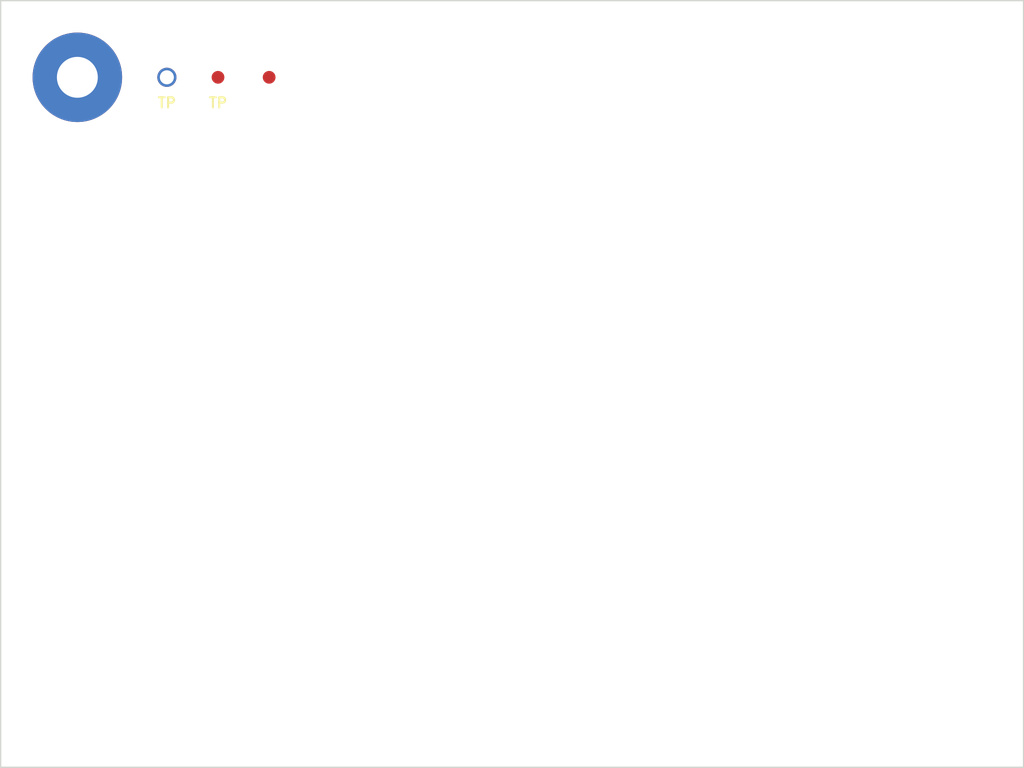
<source format=kicad_pcb>
(kicad_pcb (version 20241229) (generator "pcbnew") (generator_version "9.0")
  (title_block (title "Various components") (date "2026-01-10") (rev "1") (comment 1 "-") (comment 2 "-"))
  (layers (0 "F.Cu" signal) (2 "B.Cu" signal) (13 "F.Paste" user) (15 "B.Paste" user) (5 "F.SilkS" user "F.Silkscreen") (7 "B.SilkS" user "B.Silkscreen") (1 "F.Mask" user) (3 "B.Mask" user) (25 "Edge.Cuts" user))
  (net 0 "")
  (footprint "lily_footprints:test_point_1mm" (layer "F.Cu") (at 127 76)
    (property "Reference" "TP1002" (hide yes))
    (property "Value" "TP" (at 0 2 0) (layer "F.SilkS") (effects (font (size 0.8 0.8) (thickness 0.16))))
    (pad "1" smd circle (at 0 0) (size 1 1) (layers "F.Cu" "F.Mask"))
  )
  (footprint "lily_footprints:test_point_1.1mm_th" (layer "F.Cu") (at 123 76)
    (property "Reference" "TP1001" (hide yes))
    (property "Value" "TP" (at 0 2 0) (layer "F.SilkS") (effects (font (size 0.8 0.8) (thickness 0.16))))
    (pad "1" thru_hole circle (at 0 0) (size 1.5 1.5) (drill 1.1) (layers "*.Cu" "*.Mask"))
  )
  (footprint "lily_footprints:mec_hole_m3_pth" (layer "F.Cu") (at 116 76)
    (property "Reference" "M1001" (hide yes))
    (property "Value" "mec_hole_m3_pth" (hide yes))
    (pad "1" thru_hole circle (at 0 0) (size 7 7) (drill 3.2) (layers "*.Cu" "*.Mask"))
  )
  (footprint "lily_footprints:fiducial_1mm_mask_2mm" (layer "F.Cu") (at 131 76)
    (property "Reference" "M1002" (hide yes))
    (property "Value" "mec_fiducial_1mm_mask_2mm" (hide yes))
    (pad "" smd circle (at 0 0) (size 1 1) (layers "F.Cu" "F.Mask") (clearance 0.5))
  )
  (gr_rect (start 110 70) (end 190 130) (stroke (width 0.1)) (fill no) (layer "Edge.Cuts"))
)
</source>
